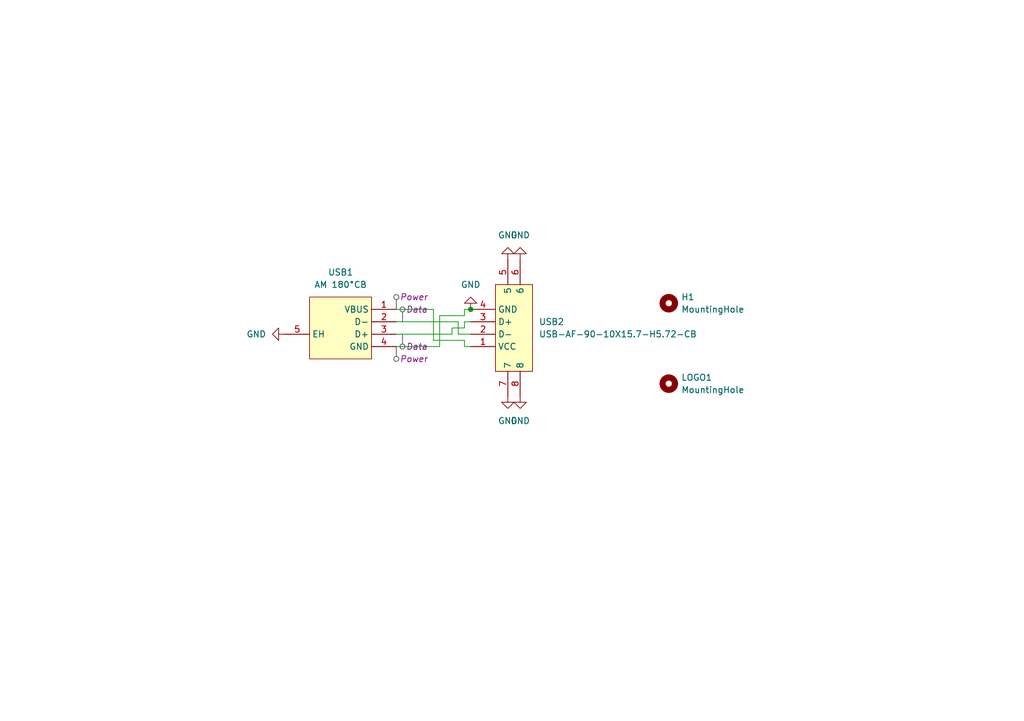
<source format=kicad_sch>
(kicad_sch
	(version 20231120)
	(generator "eeschema")
	(generator_version "8.0")
	(uuid "1a9333a1-61fc-4b62-ae0b-874963881805")
	(paper "A5")
	(title_block
		(title "usb-ext")
		(date "2025-02-02")
		(rev "v1")
		(company "Speedy Labs")
	)
	(lib_symbols
		(symbol "Mechanical:MountingHole"
			(pin_names
				(offset 1.016)
			)
			(exclude_from_sim yes)
			(in_bom no)
			(on_board yes)
			(property "Reference" "H"
				(at 0 5.08 0)
				(effects
					(font
						(size 1.27 1.27)
					)
				)
			)
			(property "Value" "MountingHole"
				(at 0 3.175 0)
				(effects
					(font
						(size 1.27 1.27)
					)
				)
			)
			(property "Footprint" ""
				(at 0 0 0)
				(effects
					(font
						(size 1.27 1.27)
					)
					(hide yes)
				)
			)
			(property "Datasheet" "~"
				(at 0 0 0)
				(effects
					(font
						(size 1.27 1.27)
					)
					(hide yes)
				)
			)
			(property "Description" "Mounting Hole without connection"
				(at 0 0 0)
				(effects
					(font
						(size 1.27 1.27)
					)
					(hide yes)
				)
			)
			(property "ki_keywords" "mounting hole"
				(at 0 0 0)
				(effects
					(font
						(size 1.27 1.27)
					)
					(hide yes)
				)
			)
			(property "ki_fp_filters" "MountingHole*"
				(at 0 0 0)
				(effects
					(font
						(size 1.27 1.27)
					)
					(hide yes)
				)
			)
			(symbol "MountingHole_0_1"
				(circle
					(center 0 0)
					(radius 1.27)
					(stroke
						(width 1.27)
						(type default)
					)
					(fill
						(type none)
					)
				)
			)
		)
		(symbol "easyeda:AM180°CB"
			(exclude_from_sim no)
			(in_bom yes)
			(on_board yes)
			(property "Reference" "USB"
				(at 0 7.62 0)
				(effects
					(font
						(size 1.27 1.27)
					)
				)
			)
			(property "Value" "AM 180°CB"
				(at 0 -10.16 0)
				(effects
					(font
						(size 1.27 1.27)
					)
				)
			)
			(property "Footprint" "easyeda:USB-SMD_AM180CB"
				(at 0 -12.7 0)
				(effects
					(font
						(size 1.27 1.27)
					)
					(hide yes)
				)
			)
			(property "Datasheet" "https://lcsc.com/product-detail/USB-Connectors_SHOU-HAN-AM-1800CB_C2681565.html"
				(at 0 -15.24 0)
				(effects
					(font
						(size 1.27 1.27)
					)
					(hide yes)
				)
			)
			(property "Description" ""
				(at 0 0 0)
				(effects
					(font
						(size 1.27 1.27)
					)
					(hide yes)
				)
			)
			(property "LCSC Part" "C2681565"
				(at 0 -17.78 0)
				(effects
					(font
						(size 1.27 1.27)
					)
					(hide yes)
				)
			)
			(symbol "AM180°CB_0_1"
				(rectangle
					(start -7.62 5.08)
					(end 5.08 -7.62)
					(stroke
						(width 0)
						(type default)
					)
					(fill
						(type background)
					)
				)
				(pin input line
					(at 10.16 2.54 180)
					(length 5.08)
					(name "VBUS"
						(effects
							(font
								(size 1.27 1.27)
							)
						)
					)
					(number "1"
						(effects
							(font
								(size 1.27 1.27)
							)
						)
					)
				)
				(pin input line
					(at 10.16 0 180)
					(length 5.08)
					(name "D-"
						(effects
							(font
								(size 1.27 1.27)
							)
						)
					)
					(number "2"
						(effects
							(font
								(size 1.27 1.27)
							)
						)
					)
				)
				(pin input line
					(at 10.16 -2.54 180)
					(length 5.08)
					(name "D+"
						(effects
							(font
								(size 1.27 1.27)
							)
						)
					)
					(number "3"
						(effects
							(font
								(size 1.27 1.27)
							)
						)
					)
				)
				(pin input line
					(at 10.16 -5.08 180)
					(length 5.08)
					(name "GND"
						(effects
							(font
								(size 1.27 1.27)
							)
						)
					)
					(number "4"
						(effects
							(font
								(size 1.27 1.27)
							)
						)
					)
				)
				(pin input line
					(at -12.7 -2.54 0)
					(length 5.08)
					(name "EH"
						(effects
							(font
								(size 1.27 1.27)
							)
						)
					)
					(number "5"
						(effects
							(font
								(size 1.27 1.27)
							)
						)
					)
				)
			)
		)
		(symbol "easyeda:USB-AF-90-10X15.7-H5.72-CB"
			(exclude_from_sim no)
			(in_bom yes)
			(on_board yes)
			(property "Reference" "USB"
				(at 0 10.16 0)
				(effects
					(font
						(size 1.27 1.27)
					)
				)
			)
			(property "Value" "USB-AF-90-10X15.7-H5.72-CB"
				(at 0 -10.16 0)
				(effects
					(font
						(size 1.27 1.27)
					)
				)
			)
			(property "Footprint" "easyeda:USB-A-SMD_C41014"
				(at 0 -12.7 0)
				(effects
					(font
						(size 1.27 1.27)
					)
					(hide yes)
				)
			)
			(property "Datasheet" "https://lcsc.com/product-detail/USB-Connectors_A-F10-LCPTrue-color-High-temperature_C41014.html"
				(at 0 -15.24 0)
				(effects
					(font
						(size 1.27 1.27)
					)
					(hide yes)
				)
			)
			(property "Description" ""
				(at 0 0 0)
				(effects
					(font
						(size 1.27 1.27)
					)
					(hide yes)
				)
			)
			(property "LCSC Part" "C41014"
				(at 0 -17.78 0)
				(effects
					(font
						(size 1.27 1.27)
					)
					(hide yes)
				)
			)
			(symbol "USB-AF-90-10X15.7-H5.72-CB_0_1"
				(rectangle
					(start -7.62 7.62)
					(end 10.16 0)
					(stroke
						(width 0)
						(type default)
					)
					(fill
						(type background)
					)
				)
				(pin unspecified line
					(at 5.08 -5.08 90)
					(length 5.08)
					(name "VCC"
						(effects
							(font
								(size 1.27 1.27)
							)
						)
					)
					(number "1"
						(effects
							(font
								(size 1.27 1.27)
							)
						)
					)
				)
				(pin unspecified line
					(at 2.54 -5.08 90)
					(length 5.08)
					(name "D-"
						(effects
							(font
								(size 1.27 1.27)
							)
						)
					)
					(number "2"
						(effects
							(font
								(size 1.27 1.27)
							)
						)
					)
				)
				(pin unspecified line
					(at 0 -5.08 90)
					(length 5.08)
					(name "D+"
						(effects
							(font
								(size 1.27 1.27)
							)
						)
					)
					(number "3"
						(effects
							(font
								(size 1.27 1.27)
							)
						)
					)
				)
				(pin unspecified line
					(at -2.54 -5.08 90)
					(length 5.08)
					(name "GND"
						(effects
							(font
								(size 1.27 1.27)
							)
						)
					)
					(number "4"
						(effects
							(font
								(size 1.27 1.27)
							)
						)
					)
				)
				(pin unspecified line
					(at -12.7 2.54 0)
					(length 5.08)
					(name "5"
						(effects
							(font
								(size 1.27 1.27)
							)
						)
					)
					(number "5"
						(effects
							(font
								(size 1.27 1.27)
							)
						)
					)
				)
				(pin unspecified line
					(at -12.7 5.08 0)
					(length 5.08)
					(name "6"
						(effects
							(font
								(size 1.27 1.27)
							)
						)
					)
					(number "6"
						(effects
							(font
								(size 1.27 1.27)
							)
						)
					)
				)
				(pin unspecified line
					(at 15.24 2.54 180)
					(length 5.08)
					(name "7"
						(effects
							(font
								(size 1.27 1.27)
							)
						)
					)
					(number "7"
						(effects
							(font
								(size 1.27 1.27)
							)
						)
					)
				)
				(pin unspecified line
					(at 15.24 5.08 180)
					(length 5.08)
					(name "8"
						(effects
							(font
								(size 1.27 1.27)
							)
						)
					)
					(number "8"
						(effects
							(font
								(size 1.27 1.27)
							)
						)
					)
				)
			)
		)
		(symbol "power:GND"
			(power)
			(pin_numbers hide)
			(pin_names
				(offset 0) hide)
			(exclude_from_sim no)
			(in_bom yes)
			(on_board yes)
			(property "Reference" "#PWR"
				(at 0 -6.35 0)
				(effects
					(font
						(size 1.27 1.27)
					)
					(hide yes)
				)
			)
			(property "Value" "GND"
				(at 0 -3.81 0)
				(effects
					(font
						(size 1.27 1.27)
					)
				)
			)
			(property "Footprint" ""
				(at 0 0 0)
				(effects
					(font
						(size 1.27 1.27)
					)
					(hide yes)
				)
			)
			(property "Datasheet" ""
				(at 0 0 0)
				(effects
					(font
						(size 1.27 1.27)
					)
					(hide yes)
				)
			)
			(property "Description" "Power symbol creates a global label with name \"GND\" , ground"
				(at 0 0 0)
				(effects
					(font
						(size 1.27 1.27)
					)
					(hide yes)
				)
			)
			(property "ki_keywords" "global power"
				(at 0 0 0)
				(effects
					(font
						(size 1.27 1.27)
					)
					(hide yes)
				)
			)
			(symbol "GND_0_1"
				(polyline
					(pts
						(xy 0 0) (xy 0 -1.27) (xy 1.27 -1.27) (xy 0 -2.54) (xy -1.27 -1.27) (xy 0 -1.27)
					)
					(stroke
						(width 0)
						(type default)
					)
					(fill
						(type none)
					)
				)
			)
			(symbol "GND_1_1"
				(pin power_in line
					(at 0 0 270)
					(length 0)
					(name "~"
						(effects
							(font
								(size 1.27 1.27)
							)
						)
					)
					(number "1"
						(effects
							(font
								(size 1.27 1.27)
							)
						)
					)
				)
			)
		)
	)
	(junction
		(at 96.52 63.5)
		(diameter 0)
		(color 0 0 0 0)
		(uuid "f9784fa9-5c5c-44ab-b212-2f7a9800a4f2")
	)
	(wire
		(pts
			(xy 95.25 69.85) (xy 95.25 71.12)
		)
		(stroke
			(width 0)
			(type default)
		)
		(uuid "4c506a7c-6a2b-4279-9b23-ffc0339b4015")
	)
	(wire
		(pts
			(xy 81.28 63.5) (xy 88.9 63.5)
		)
		(stroke
			(width 0)
			(type default)
		)
		(uuid "514f0ac1-2365-4053-b28a-7ba53065c7c7")
	)
	(wire
		(pts
			(xy 81.28 68.58) (xy 92.71 68.58)
		)
		(stroke
			(width 0)
			(type default)
		)
		(uuid "59c71e74-2729-49f8-9c7d-31e8151dab8d")
	)
	(wire
		(pts
			(xy 95.25 64.77) (xy 95.25 63.5)
		)
		(stroke
			(width 0)
			(type default)
		)
		(uuid "ad1a2d01-3166-4f83-9038-a1dde35371ad")
	)
	(wire
		(pts
			(xy 95.25 67.31) (xy 95.25 66.04)
		)
		(stroke
			(width 0)
			(type default)
		)
		(uuid "b344996d-287b-4bef-9ddb-4897a845a865")
	)
	(wire
		(pts
			(xy 95.25 63.5) (xy 96.52 63.5)
		)
		(stroke
			(width 0)
			(type default)
		)
		(uuid "b43906c1-0465-47ec-9f6e-740a1a72bc67")
	)
	(wire
		(pts
			(xy 90.17 71.12) (xy 90.17 64.77)
		)
		(stroke
			(width 0)
			(type default)
		)
		(uuid "b6a68315-3805-4775-afc0-40f10e1bb1bb")
	)
	(wire
		(pts
			(xy 90.17 64.77) (xy 95.25 64.77)
		)
		(stroke
			(width 0)
			(type default)
		)
		(uuid "b6ad496b-f16c-4523-8a5a-b33d53696fc3")
	)
	(wire
		(pts
			(xy 95.25 66.04) (xy 96.52 66.04)
		)
		(stroke
			(width 0)
			(type default)
		)
		(uuid "c0c6c1c6-f143-4e75-b703-45f19d2bac9d")
	)
	(wire
		(pts
			(xy 93.98 66.04) (xy 93.98 68.58)
		)
		(stroke
			(width 0)
			(type default)
		)
		(uuid "c868f67e-090e-4e93-a70b-c9d1b6f68299")
	)
	(wire
		(pts
			(xy 92.71 68.58) (xy 92.71 67.31)
		)
		(stroke
			(width 0)
			(type default)
		)
		(uuid "cfa8cda8-d170-4615-9098-98b7f7fa32d8")
	)
	(wire
		(pts
			(xy 81.28 71.12) (xy 90.17 71.12)
		)
		(stroke
			(width 0)
			(type default)
		)
		(uuid "d7687d81-e5d8-4ae5-aa37-c9c206a3da4a")
	)
	(wire
		(pts
			(xy 88.9 63.5) (xy 88.9 69.85)
		)
		(stroke
			(width 0)
			(type default)
		)
		(uuid "d79b3dad-b317-4836-a3f1-109385aff925")
	)
	(wire
		(pts
			(xy 95.25 71.12) (xy 96.52 71.12)
		)
		(stroke
			(width 0)
			(type default)
		)
		(uuid "e51e718b-fceb-44ce-9c76-474c8bacd325")
	)
	(wire
		(pts
			(xy 92.71 67.31) (xy 95.25 67.31)
		)
		(stroke
			(width 0)
			(type default)
		)
		(uuid "ee3582de-3b1f-4b1d-bef5-fb278c6ed475")
	)
	(wire
		(pts
			(xy 88.9 69.85) (xy 95.25 69.85)
		)
		(stroke
			(width 0)
			(type default)
		)
		(uuid "f87262af-40b7-4399-ab04-c47fc2c3e119")
	)
	(wire
		(pts
			(xy 93.98 68.58) (xy 96.52 68.58)
		)
		(stroke
			(width 0)
			(type default)
		)
		(uuid "f8c0b22b-3f46-4471-a699-f0529efa150a")
	)
	(wire
		(pts
			(xy 81.28 66.04) (xy 93.98 66.04)
		)
		(stroke
			(width 0)
			(type default)
		)
		(uuid "fcdb575a-4079-4827-9807-a1489e64381a")
	)
	(netclass_flag ""
		(length 2.54)
		(shape round)
		(at 82.55 68.58 180)
		(fields_autoplaced yes)
		(effects
			(font
				(size 1.27 1.27)
			)
			(justify right bottom)
		)
		(uuid "73deab09-3ba8-4f0b-a5a1-be86dfe0bf07")
		(property "Netclass" "Data"
			(at 83.2485 71.12 0)
			(effects
				(font
					(size 1.27 1.27)
					(italic yes)
				)
				(justify left)
			)
		)
	)
	(netclass_flag ""
		(length 2.54)
		(shape round)
		(at 81.28 63.5 0)
		(fields_autoplaced yes)
		(effects
			(font
				(size 1.27 1.27)
			)
			(justify left bottom)
		)
		(uuid "8e1851fc-61e2-44b2-bb84-cc3ea8ad6587")
		(property "Netclass" "Power"
			(at 81.9785 60.96 0)
			(effects
				(font
					(size 1.27 1.27)
					(italic yes)
				)
				(justify left)
			)
		)
	)
	(netclass_flag ""
		(length 2.54)
		(shape round)
		(at 81.28 71.12 180)
		(fields_autoplaced yes)
		(effects
			(font
				(size 1.27 1.27)
			)
			(justify right bottom)
		)
		(uuid "9cb05d69-a213-4eef-86ba-17f0aa73e198")
		(property "Netclass" "Power"
			(at 81.9785 73.66 0)
			(effects
				(font
					(size 1.27 1.27)
					(italic yes)
				)
				(justify left)
			)
		)
	)
	(netclass_flag ""
		(length 2.54)
		(shape round)
		(at 82.55 66.04 0)
		(fields_autoplaced yes)
		(effects
			(font
				(size 1.27 1.27)
			)
			(justify left bottom)
		)
		(uuid "f039563a-7212-4d08-a6d4-4745b1035c41")
		(property "Netclass" "Data"
			(at 83.2485 63.5 0)
			(effects
				(font
					(size 1.27 1.27)
					(italic yes)
				)
				(justify left)
			)
		)
	)
	(symbol
		(lib_id "power:GND")
		(at 106.68 53.34 180)
		(unit 1)
		(exclude_from_sim no)
		(in_bom yes)
		(on_board yes)
		(dnp no)
		(fields_autoplaced yes)
		(uuid "0e6fd3d5-f670-428d-b9d5-4f5fc9e5f129")
		(property "Reference" "#PWR04"
			(at 106.68 46.99 0)
			(effects
				(font
					(size 1.27 1.27)
				)
				(hide yes)
			)
		)
		(property "Value" "GND"
			(at 106.68 48.26 0)
			(effects
				(font
					(size 1.27 1.27)
				)
			)
		)
		(property "Footprint" ""
			(at 106.68 53.34 0)
			(effects
				(font
					(size 1.27 1.27)
				)
				(hide yes)
			)
		)
		(property "Datasheet" ""
			(at 106.68 53.34 0)
			(effects
				(font
					(size 1.27 1.27)
				)
				(hide yes)
			)
		)
		(property "Description" "Power symbol creates a global label with name \"GND\" , ground"
			(at 106.68 53.34 0)
			(effects
				(font
					(size 1.27 1.27)
				)
				(hide yes)
			)
		)
		(pin "1"
			(uuid "49230203-0413-416d-94f5-b530ddd55597")
		)
		(instances
			(project "usb-ext"
				(path "/1a9333a1-61fc-4b62-ae0b-874963881805"
					(reference "#PWR04")
					(unit 1)
				)
			)
		)
	)
	(symbol
		(lib_id "power:GND")
		(at 58.42 68.58 270)
		(unit 1)
		(exclude_from_sim no)
		(in_bom yes)
		(on_board yes)
		(dnp no)
		(fields_autoplaced yes)
		(uuid "0ebf9411-2356-41d1-b078-bbeb215a3d0f")
		(property "Reference" "#PWR05"
			(at 52.07 68.58 0)
			(effects
				(font
					(size 1.27 1.27)
				)
				(hide yes)
			)
		)
		(property "Value" "GND"
			(at 54.61 68.5799 90)
			(effects
				(font
					(size 1.27 1.27)
				)
				(justify right)
			)
		)
		(property "Footprint" ""
			(at 58.42 68.58 0)
			(effects
				(font
					(size 1.27 1.27)
				)
				(hide yes)
			)
		)
		(property "Datasheet" ""
			(at 58.42 68.58 0)
			(effects
				(font
					(size 1.27 1.27)
				)
				(hide yes)
			)
		)
		(property "Description" "Power symbol creates a global label with name \"GND\" , ground"
			(at 58.42 68.58 0)
			(effects
				(font
					(size 1.27 1.27)
				)
				(hide yes)
			)
		)
		(pin "1"
			(uuid "31b1302f-869b-4a44-9666-08b124d66a9b")
		)
		(instances
			(project "usb-ext"
				(path "/1a9333a1-61fc-4b62-ae0b-874963881805"
					(reference "#PWR05")
					(unit 1)
				)
			)
		)
	)
	(symbol
		(lib_id "power:GND")
		(at 104.14 81.28 0)
		(unit 1)
		(exclude_from_sim no)
		(in_bom yes)
		(on_board yes)
		(dnp no)
		(fields_autoplaced yes)
		(uuid "1996e3f0-1d4b-44d8-8cab-665e35820145")
		(property "Reference" "#PWR01"
			(at 104.14 87.63 0)
			(effects
				(font
					(size 1.27 1.27)
				)
				(hide yes)
			)
		)
		(property "Value" "GND"
			(at 104.14 86.36 0)
			(effects
				(font
					(size 1.27 1.27)
				)
			)
		)
		(property "Footprint" ""
			(at 104.14 81.28 0)
			(effects
				(font
					(size 1.27 1.27)
				)
				(hide yes)
			)
		)
		(property "Datasheet" ""
			(at 104.14 81.28 0)
			(effects
				(font
					(size 1.27 1.27)
				)
				(hide yes)
			)
		)
		(property "Description" "Power symbol creates a global label with name \"GND\" , ground"
			(at 104.14 81.28 0)
			(effects
				(font
					(size 1.27 1.27)
				)
				(hide yes)
			)
		)
		(pin "1"
			(uuid "5fbfdf9d-5b22-4cb8-a812-df6808ed67ab")
		)
		(instances
			(project ""
				(path "/1a9333a1-61fc-4b62-ae0b-874963881805"
					(reference "#PWR01")
					(unit 1)
				)
			)
		)
	)
	(symbol
		(lib_id "power:GND")
		(at 106.68 81.28 0)
		(unit 1)
		(exclude_from_sim no)
		(in_bom yes)
		(on_board yes)
		(dnp no)
		(fields_autoplaced yes)
		(uuid "27d52e5f-71c1-42a6-b39c-5f43bab698d1")
		(property "Reference" "#PWR02"
			(at 106.68 87.63 0)
			(effects
				(font
					(size 1.27 1.27)
				)
				(hide yes)
			)
		)
		(property "Value" "GND"
			(at 106.68 86.36 0)
			(effects
				(font
					(size 1.27 1.27)
				)
			)
		)
		(property "Footprint" ""
			(at 106.68 81.28 0)
			(effects
				(font
					(size 1.27 1.27)
				)
				(hide yes)
			)
		)
		(property "Datasheet" ""
			(at 106.68 81.28 0)
			(effects
				(font
					(size 1.27 1.27)
				)
				(hide yes)
			)
		)
		(property "Description" "Power symbol creates a global label with name \"GND\" , ground"
			(at 106.68 81.28 0)
			(effects
				(font
					(size 1.27 1.27)
				)
				(hide yes)
			)
		)
		(pin "1"
			(uuid "6fef274e-ac49-4bcf-b0df-a5ca600df168")
		)
		(instances
			(project "usb-ext"
				(path "/1a9333a1-61fc-4b62-ae0b-874963881805"
					(reference "#PWR02")
					(unit 1)
				)
			)
		)
	)
	(symbol
		(lib_id "Mechanical:MountingHole")
		(at 137.16 62.23 0)
		(unit 1)
		(exclude_from_sim yes)
		(in_bom no)
		(on_board yes)
		(dnp no)
		(fields_autoplaced yes)
		(uuid "5039d880-2790-4dd5-bda5-3ce920977fce")
		(property "Reference" "H1"
			(at 139.7 60.9599 0)
			(effects
				(font
					(size 1.27 1.27)
				)
				(justify left)
			)
		)
		(property "Value" "MountingHole"
			(at 139.7 63.4999 0)
			(effects
				(font
					(size 1.27 1.27)
				)
				(justify left)
			)
		)
		(property "Footprint" "MountingHole:MountingHole_3mm"
			(at 137.16 62.23 0)
			(effects
				(font
					(size 1.27 1.27)
				)
				(hide yes)
			)
		)
		(property "Datasheet" "~"
			(at 137.16 62.23 0)
			(effects
				(font
					(size 1.27 1.27)
				)
				(hide yes)
			)
		)
		(property "Description" "Mounting Hole without connection"
			(at 137.16 62.23 0)
			(effects
				(font
					(size 1.27 1.27)
				)
				(hide yes)
			)
		)
		(instances
			(project ""
				(path "/1a9333a1-61fc-4b62-ae0b-874963881805"
					(reference "H1")
					(unit 1)
				)
			)
		)
	)
	(symbol
		(lib_id "power:GND")
		(at 96.52 63.5 180)
		(unit 1)
		(exclude_from_sim no)
		(in_bom yes)
		(on_board yes)
		(dnp no)
		(fields_autoplaced yes)
		(uuid "6e6e45fc-d1a2-460e-806b-99e404a256ef")
		(property "Reference" "#PWR06"
			(at 96.52 57.15 0)
			(effects
				(font
					(size 1.27 1.27)
				)
				(hide yes)
			)
		)
		(property "Value" "GND"
			(at 96.52 58.42 0)
			(effects
				(font
					(size 1.27 1.27)
				)
			)
		)
		(property "Footprint" ""
			(at 96.52 63.5 0)
			(effects
				(font
					(size 1.27 1.27)
				)
				(hide yes)
			)
		)
		(property "Datasheet" ""
			(at 96.52 63.5 0)
			(effects
				(font
					(size 1.27 1.27)
				)
				(hide yes)
			)
		)
		(property "Description" "Power symbol creates a global label with name \"GND\" , ground"
			(at 96.52 63.5 0)
			(effects
				(font
					(size 1.27 1.27)
				)
				(hide yes)
			)
		)
		(pin "1"
			(uuid "52849277-9f07-4801-9084-c6ca281cb6c7")
		)
		(instances
			(project "usb-ext"
				(path "/1a9333a1-61fc-4b62-ae0b-874963881805"
					(reference "#PWR06")
					(unit 1)
				)
			)
		)
	)
	(symbol
		(lib_id "easyeda:AM180°CB")
		(at 71.12 66.04 0)
		(unit 1)
		(exclude_from_sim no)
		(in_bom yes)
		(on_board yes)
		(dnp no)
		(fields_autoplaced yes)
		(uuid "b95fcd5c-6866-429c-aaf1-f4eb60800a18")
		(property "Reference" "USB1"
			(at 69.85 55.88 0)
			(effects
				(font
					(size 1.27 1.27)
				)
			)
		)
		(property "Value" "AM 180°CB"
			(at 69.85 58.42 0)
			(effects
				(font
					(size 1.27 1.27)
				)
			)
		)
		(property "Footprint" "easyeda:USB-SMD_AM180CB"
			(at 71.12 78.74 0)
			(effects
				(font
					(size 1.27 1.27)
				)
				(hide yes)
			)
		)
		(property "Datasheet" "https://lcsc.com/product-detail/USB-Connectors_SHOU-HAN-AM-1800CB_C2681565.html"
			(at 71.12 81.28 0)
			(effects
				(font
					(size 1.27 1.27)
				)
				(hide yes)
			)
		)
		(property "Description" ""
			(at 71.12 66.04 0)
			(effects
				(font
					(size 1.27 1.27)
				)
				(hide yes)
			)
		)
		(property "LCSC Part" "C2681565"
			(at 71.12 83.82 0)
			(effects
				(font
					(size 1.27 1.27)
				)
				(hide yes)
			)
		)
		(pin "2"
			(uuid "8ef66f43-9178-4f40-92e5-7b0cd5440f3b")
		)
		(pin "3"
			(uuid "3398c172-989c-4f8d-b05d-c1600a528c8f")
		)
		(pin "1"
			(uuid "d8be295a-5ed0-4987-9c49-72005e661c8e")
		)
		(pin "5"
			(uuid "42cd9e5a-2fe6-420d-9dc9-c1b664c65712")
		)
		(pin "4"
			(uuid "3c09d410-7048-4157-99b7-432a5e43d5f0")
		)
		(instances
			(project ""
				(path "/1a9333a1-61fc-4b62-ae0b-874963881805"
					(reference "USB1")
					(unit 1)
				)
			)
		)
	)
	(symbol
		(lib_id "power:GND")
		(at 104.14 53.34 180)
		(unit 1)
		(exclude_from_sim no)
		(in_bom yes)
		(on_board yes)
		(dnp no)
		(fields_autoplaced yes)
		(uuid "cea1d893-0a75-4a23-892a-05a8efccdb39")
		(property "Reference" "#PWR03"
			(at 104.14 46.99 0)
			(effects
				(font
					(size 1.27 1.27)
				)
				(hide yes)
			)
		)
		(property "Value" "GND"
			(at 104.14 48.26 0)
			(effects
				(font
					(size 1.27 1.27)
				)
			)
		)
		(property "Footprint" ""
			(at 104.14 53.34 0)
			(effects
				(font
					(size 1.27 1.27)
				)
				(hide yes)
			)
		)
		(property "Datasheet" ""
			(at 104.14 53.34 0)
			(effects
				(font
					(size 1.27 1.27)
				)
				(hide yes)
			)
		)
		(property "Description" "Power symbol creates a global label with name \"GND\" , ground"
			(at 104.14 53.34 0)
			(effects
				(font
					(size 1.27 1.27)
				)
				(hide yes)
			)
		)
		(pin "1"
			(uuid "694f79fe-f235-4c8d-b424-f301de6198f9")
		)
		(instances
			(project "usb-ext"
				(path "/1a9333a1-61fc-4b62-ae0b-874963881805"
					(reference "#PWR03")
					(unit 1)
				)
			)
		)
	)
	(symbol
		(lib_id "Mechanical:MountingHole")
		(at 137.16 78.74 0)
		(unit 1)
		(exclude_from_sim yes)
		(in_bom no)
		(on_board yes)
		(dnp no)
		(fields_autoplaced yes)
		(uuid "d5f56beb-5dac-4fdb-9404-95c0965cb184")
		(property "Reference" "LOGO1"
			(at 139.7 77.4699 0)
			(effects
				(font
					(size 1.27 1.27)
				)
				(justify left)
			)
		)
		(property "Value" "MountingHole"
			(at 139.7 80.0099 0)
			(effects
				(font
					(size 1.27 1.27)
				)
				(justify left)
			)
		)
		(property "Footprint" "pocket-sdvx-pico-local:logo_small"
			(at 137.16 78.74 0)
			(effects
				(font
					(size 1.27 1.27)
				)
				(hide yes)
			)
		)
		(property "Datasheet" "~"
			(at 137.16 78.74 0)
			(effects
				(font
					(size 1.27 1.27)
				)
				(hide yes)
			)
		)
		(property "Description" "Mounting Hole without connection"
			(at 137.16 78.74 0)
			(effects
				(font
					(size 1.27 1.27)
				)
				(hide yes)
			)
		)
		(instances
			(project ""
				(path "/1a9333a1-61fc-4b62-ae0b-874963881805"
					(reference "LOGO1")
					(unit 1)
				)
			)
		)
	)
	(symbol
		(lib_id "easyeda:USB-AF-90-10X15.7-H5.72-CB")
		(at 101.6 66.04 270)
		(unit 1)
		(exclude_from_sim no)
		(in_bom yes)
		(on_board yes)
		(dnp no)
		(fields_autoplaced yes)
		(uuid "e2b5a482-f50c-42c8-b4e4-dc18ba242d4a")
		(property "Reference" "USB2"
			(at 110.49 66.0399 90)
			(effects
				(font
					(size 1.27 1.27)
				)
				(justify left)
			)
		)
		(property "Value" "USB-AF-90-10X15.7-H5.72-CB"
			(at 110.49 68.5799 90)
			(effects
				(font
					(size 1.27 1.27)
				)
				(justify left)
			)
		)
		(property "Footprint" "easyeda:USB-A-SMD_C41014"
			(at 88.9 66.04 0)
			(effects
				(font
					(size 1.27 1.27)
				)
				(hide yes)
			)
		)
		(property "Datasheet" "https://lcsc.com/product-detail/USB-Connectors_A-F10-LCPTrue-color-High-temperature_C41014.html"
			(at 86.36 66.04 0)
			(effects
				(font
					(size 1.27 1.27)
				)
				(hide yes)
			)
		)
		(property "Description" ""
			(at 101.6 66.04 0)
			(effects
				(font
					(size 1.27 1.27)
				)
				(hide yes)
			)
		)
		(property "LCSC Part" "C41014"
			(at 83.82 66.04 0)
			(effects
				(font
					(size 1.27 1.27)
				)
				(hide yes)
			)
		)
		(pin "5"
			(uuid "ad054b8f-b623-46c5-a00b-58d90b541530")
		)
		(pin "4"
			(uuid "364e85ab-f6e9-468e-870e-744c77657126")
		)
		(pin "2"
			(uuid "20aa5868-d92b-44f6-bca0-cfaa74271840")
		)
		(pin "3"
			(uuid "a0180ecc-d96a-4a73-b7b5-54fbb5aea923")
		)
		(pin "8"
			(uuid "beb3e66b-5f3b-412c-8c46-72e9e4c01f10")
		)
		(pin "6"
			(uuid "45324a78-c3a7-4e6b-8e3c-8e0d9330a0f0")
		)
		(pin "7"
			(uuid "4e2553cd-8891-40ea-a112-5cab54c3940e")
		)
		(pin "1"
			(uuid "85549fea-57f6-41ed-89ce-2ef5c2bad98e")
		)
		(instances
			(project ""
				(path "/1a9333a1-61fc-4b62-ae0b-874963881805"
					(reference "USB2")
					(unit 1)
				)
			)
		)
	)
	(sheet_instances
		(path "/"
			(page "1")
		)
	)
)

</source>
